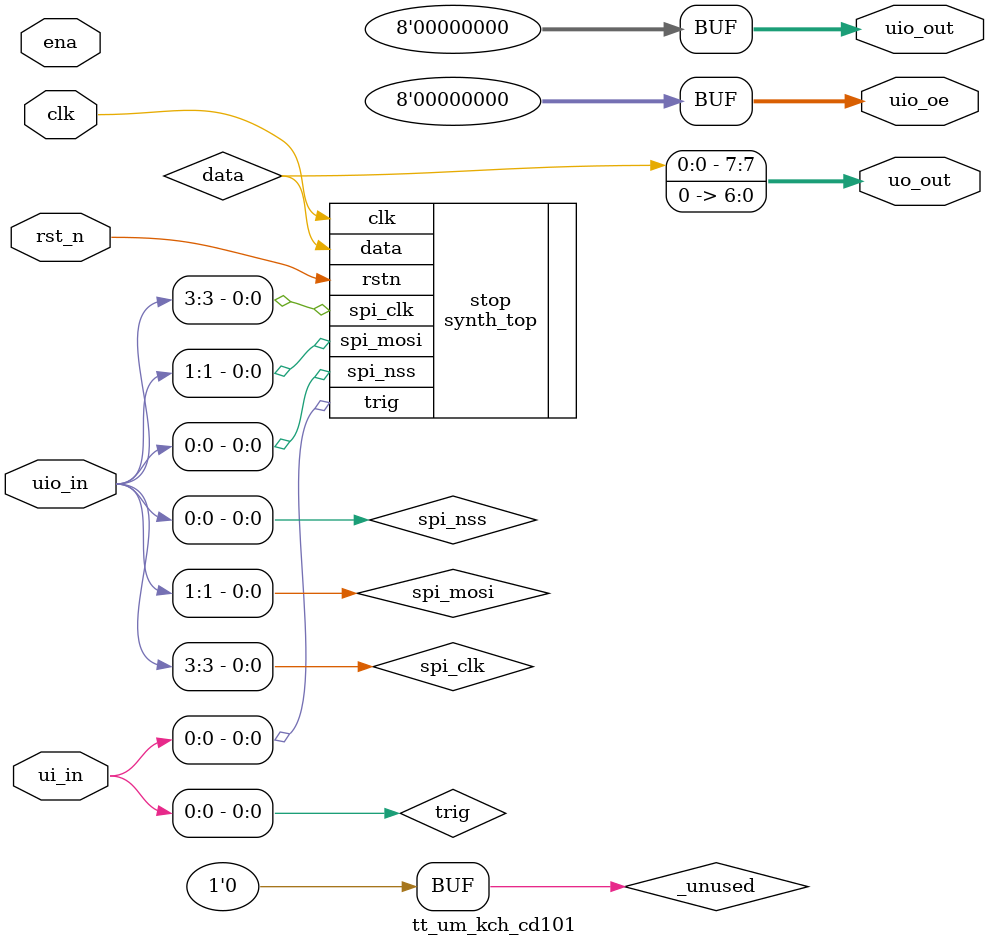
<source format=v>
/*
 * Copyright (c) 2024 Your Name
 * SPDX-License-Identifier: Apache-2.0
 */

`default_nettype none

module tt_um_kch_cd101 (
    input  wire [7:0] ui_in,    // Dedicated inputs
    output wire [7:0] uo_out,   // Dedicated outputs
    input  wire [7:0] uio_in,   // IOs: Input path
    output wire [7:0] uio_out,  // IOs: Output path
    output wire [7:0] uio_oe,   // IOs: Enable path (active high: 0=input, 1=output)
    input  wire       ena,      // always 1 when the design is powered, so you can ignore it
    input  wire       clk,      // clock
    input  wire       rst_n     // reset_n - low to reset
);

    wire trig, data;
    wire spi_clk, spi_mosi, spi_nss;

    // BTN0 of https://digilent.com/reference/pmod/pmodbtn/start Connect to in Port
    assign trig = ui_in[0];

    // Bidir PMOD, TOP row: https://tinytapeout.com/specs/pinouts/
    // Note that we use this instead for SPI master: https://www.adafruit.com/product/2264
    // It's not PMOD compatible anyway
    assign spi_nss = uio_in[0];
    assign spi_mosi = uio_in[1];
    assign spi_clk = uio_in[3];

    // Compatible with this PMOD: https://github.com/MichaelBell/tt-audio-pmod, Out port
    assign uo_out[7] = data;

    // List all unused inputs to prevent warnings
    wire _unused = &{ena, ui_in[7:1], uio_in[7:4], uio_in[2], 1'b0};

    // All output pins must be assigned. If not used, assign to 0.
    assign uio_out = 0;
    assign uio_oe = 0;
    assign uo_out[6:0] = 0;

    synth_top stop (
        .clk(clk),
        .rstn(rst_n),
        .trig(trig),
        .data(data),
        .spi_clk(spi_clk),
        .spi_mosi(spi_mosi),
        .spi_nss(spi_nss)
    );

endmodule

</source>
